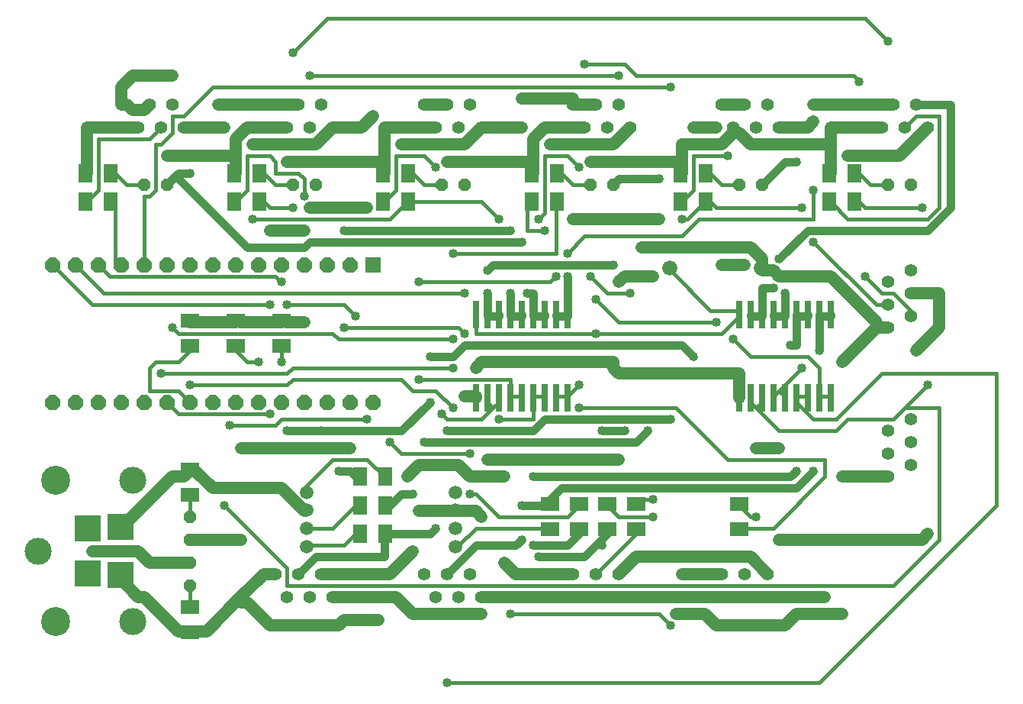
<source format=gbl>
G75*
G70*
%OFA0B0*%
%FSLAX24Y24*%
%IPPOS*%
%LPD*%
%AMOC8*
5,1,8,0,0,1.08239X$1,22.5*
%
%ADD10R,0.0660X0.0660*%
%ADD11OC8,0.0660*%
%ADD12C,0.0554*%
%ADD13R,0.0630X0.0787*%
%ADD14OC8,0.0520*%
%ADD15R,0.0260X0.1200*%
%ADD16R,0.0787X0.0630*%
%ADD17C,0.0594*%
%ADD18C,0.1181*%
%ADD19C,0.1266*%
%ADD20R,0.1181X0.1181*%
%ADD21C,0.0660*%
%ADD22C,0.0540*%
%ADD23C,0.0400*%
%ADD24C,0.0180*%
%ADD25C,0.0360*%
D10*
X016562Y020212D03*
D11*
X015562Y020212D03*
X014562Y020212D03*
X013562Y020212D03*
X012562Y020212D03*
X011562Y020212D03*
X010562Y020212D03*
X009562Y020212D03*
X008562Y020212D03*
X007562Y020212D03*
X006562Y020212D03*
X005562Y020212D03*
X004562Y020212D03*
X003562Y020212D03*
X002562Y020212D03*
X002562Y014212D03*
X003562Y014212D03*
X004562Y014212D03*
X005562Y014212D03*
X006562Y014212D03*
X007562Y014212D03*
X008562Y014212D03*
X009562Y014212D03*
X010562Y014212D03*
X011562Y014212D03*
X012562Y014212D03*
X013562Y014212D03*
X014562Y014212D03*
X015562Y014212D03*
X016562Y014212D03*
D12*
X014312Y006712D03*
X013312Y006712D03*
X012312Y006712D03*
X012812Y005712D03*
X013812Y005712D03*
X014812Y005712D03*
X018812Y006712D03*
X019812Y006712D03*
X020812Y006712D03*
X020312Y005712D03*
X019312Y005712D03*
X021312Y005712D03*
X025312Y006712D03*
X026312Y006712D03*
X027312Y006712D03*
X026812Y005712D03*
X025812Y005712D03*
X027812Y005712D03*
X031812Y006712D03*
X032812Y006712D03*
X033812Y006712D03*
X033312Y005712D03*
X032312Y005712D03*
X034312Y005712D03*
X039062Y010962D03*
X040062Y011462D03*
X039062Y011962D03*
X040062Y012462D03*
X039062Y012962D03*
X040062Y013462D03*
X039062Y017462D03*
X040062Y017962D03*
X039062Y018462D03*
X040062Y018962D03*
X039062Y019462D03*
X040062Y019962D03*
X039812Y026212D03*
X038812Y026212D03*
X038312Y027212D03*
X039312Y027212D03*
X040312Y027212D03*
X040812Y026212D03*
X034312Y026212D03*
X033312Y026212D03*
X032312Y026212D03*
X031812Y027212D03*
X032812Y027212D03*
X033812Y027212D03*
X027812Y026212D03*
X026812Y026212D03*
X025812Y026212D03*
X025312Y027212D03*
X026312Y027212D03*
X027312Y027212D03*
X021312Y026212D03*
X020312Y026212D03*
X019312Y026212D03*
X018812Y027212D03*
X019812Y027212D03*
X020812Y027212D03*
X014812Y026212D03*
X013812Y026212D03*
X012812Y026212D03*
X012312Y027212D03*
X013312Y027212D03*
X014312Y027212D03*
X008312Y026212D03*
X007312Y026212D03*
X006312Y026212D03*
X005812Y027212D03*
X006812Y027212D03*
X007812Y027212D03*
D13*
X005113Y024212D03*
X004011Y024212D03*
X004011Y022962D03*
X005113Y022962D03*
X010511Y022962D03*
X011613Y022962D03*
X011613Y024212D03*
X010511Y024212D03*
X017011Y024212D03*
X018113Y024212D03*
X018113Y022962D03*
X017011Y022962D03*
X023511Y022962D03*
X024613Y022962D03*
X024613Y024212D03*
X023511Y024212D03*
X030011Y024212D03*
X031113Y024212D03*
X031113Y022962D03*
X030011Y022962D03*
X036511Y022962D03*
X037613Y022962D03*
X037613Y024212D03*
X036511Y024212D03*
X017113Y010962D03*
X016011Y010962D03*
X016011Y009712D03*
X017113Y009712D03*
X017113Y008462D03*
X016011Y008462D03*
D14*
X008562Y008212D03*
X008562Y009212D03*
X008562Y007212D03*
X008562Y006212D03*
X007562Y023712D03*
X006562Y023712D03*
X013062Y023712D03*
X014062Y023712D03*
X019562Y023712D03*
X020562Y023712D03*
X026062Y023712D03*
X027062Y023712D03*
X032562Y023712D03*
X033562Y023712D03*
X039062Y023712D03*
X040062Y023712D03*
D15*
X036562Y018017D03*
X036062Y018017D03*
X035562Y018017D03*
X035062Y018017D03*
X034562Y018017D03*
X034062Y018017D03*
X033562Y018017D03*
X033062Y018017D03*
X032562Y018017D03*
X032562Y014392D03*
X033062Y014407D03*
X033562Y014407D03*
X034062Y014407D03*
X034562Y014407D03*
X035062Y014407D03*
X035562Y014407D03*
X036062Y014407D03*
X036562Y014407D03*
X025062Y014407D03*
X024562Y014407D03*
X024062Y014407D03*
X023562Y014407D03*
X023062Y014407D03*
X022562Y014407D03*
X022062Y014407D03*
X021562Y014407D03*
X021062Y014392D03*
X021062Y018017D03*
X021562Y018017D03*
X022062Y018017D03*
X022562Y018017D03*
X023062Y018017D03*
X023562Y018017D03*
X024062Y018017D03*
X024562Y018017D03*
X025062Y018017D03*
D16*
X025562Y009763D03*
X024312Y009763D03*
X024312Y008660D03*
X025562Y008660D03*
X026812Y008660D03*
X026812Y009763D03*
X028062Y009763D03*
X028062Y008660D03*
X032562Y008660D03*
X032562Y009763D03*
X012562Y016660D03*
X012562Y017763D03*
X010562Y017763D03*
X010562Y016660D03*
X008562Y016660D03*
X008562Y017763D03*
X008562Y011263D03*
X008562Y010160D03*
X008562Y005263D03*
X008562Y004160D03*
D17*
X013687Y007906D03*
X013687Y008693D03*
X013687Y009480D03*
X013687Y010268D03*
X020187Y010268D03*
X020187Y009480D03*
X020187Y008693D03*
X020187Y007906D03*
D18*
X006062Y010783D03*
X001928Y007712D03*
X006062Y004641D03*
D19*
X002716Y004641D03*
X002716Y010783D03*
D20*
X004094Y008696D03*
X005531Y008775D03*
X005531Y006649D03*
X004094Y006727D03*
D21*
X029550Y020064D03*
X033550Y020064D03*
D22*
X033562Y019962D01*
X034062Y019962D01*
X034312Y019712D01*
X036562Y019712D01*
X038562Y017712D01*
X038562Y017462D01*
X039062Y017462D01*
X038562Y017462D02*
X037062Y015962D01*
X040312Y016462D02*
X041312Y017462D01*
X041312Y018962D01*
X040062Y018962D01*
X033550Y020064D02*
X033562Y020212D01*
X033562Y020462D01*
X033062Y020962D01*
X028312Y020962D01*
X028812Y019712D02*
X027562Y019712D01*
X027312Y019462D01*
X029062Y022212D02*
X025312Y022212D01*
X023562Y024212D02*
X023511Y024212D01*
X023562Y024212D02*
X023562Y024712D01*
X019812Y024712D01*
X020562Y025462D02*
X017812Y025462D01*
X017062Y026212D02*
X017062Y024712D01*
X012812Y024712D01*
X014062Y025462D02*
X011312Y025462D01*
X011062Y026212D02*
X010562Y025712D01*
X010562Y024962D01*
X007562Y024962D01*
X008312Y026212D02*
X010062Y026212D01*
X011062Y026212D02*
X012812Y026212D01*
X012312Y027212D02*
X009812Y027212D01*
X007812Y028462D02*
X006062Y028462D01*
X005562Y027962D01*
X005562Y027212D01*
X005812Y027212D01*
X006062Y026962D01*
X006562Y026962D01*
X006812Y027212D01*
X006312Y026212D02*
X004062Y026212D01*
X004062Y024212D01*
X004011Y024212D01*
X010511Y024212D02*
X010562Y024212D01*
X010562Y024962D01*
X012312Y027212D02*
X013312Y027212D01*
X014812Y026212D02*
X016062Y026212D01*
X016562Y026712D01*
X017062Y026212D02*
X019312Y026212D01*
X020562Y025462D02*
X021312Y026212D01*
X023062Y026212D01*
X023562Y025712D02*
X024062Y026212D01*
X025812Y026212D01*
X025312Y027212D02*
X025312Y027462D01*
X023062Y027462D01*
X023562Y025712D02*
X023562Y024712D01*
X024312Y025462D02*
X027062Y025462D01*
X027812Y026212D01*
X026312Y027212D02*
X025312Y027212D01*
X026062Y024712D02*
X030062Y024712D01*
X030062Y024212D01*
X030011Y024212D01*
X030062Y024712D02*
X030062Y025462D01*
X031812Y025462D01*
X032312Y025962D01*
X032562Y025962D01*
X033062Y025462D01*
X036562Y025462D01*
X036562Y024212D01*
X036511Y024212D01*
X037312Y024962D02*
X039562Y024962D01*
X040812Y026212D01*
X039312Y027212D02*
X038312Y027212D01*
X035812Y027212D01*
X035812Y026462D02*
X035562Y026212D01*
X034312Y026212D01*
X032812Y027212D02*
X031812Y027212D01*
X031562Y026212D02*
X030562Y026212D01*
X032312Y026212D02*
X032312Y025962D01*
X036562Y026212D02*
X036562Y025462D01*
X036562Y026212D02*
X038812Y026212D01*
X032812Y020212D02*
X031812Y020212D01*
X027062Y015962D02*
X027062Y015712D01*
X027312Y015462D01*
X032562Y015462D01*
X032562Y014392D01*
X033312Y012212D02*
X034312Y012212D01*
X037062Y010962D02*
X039062Y010962D01*
X040812Y008462D02*
X040562Y008212D01*
X036312Y008212D01*
X034312Y008212D01*
X033062Y007462D02*
X033812Y006712D01*
X033062Y007462D02*
X028062Y007462D01*
X027312Y006712D01*
X026812Y005712D02*
X025812Y005712D01*
X021312Y005712D01*
X021312Y004962D02*
X018312Y004962D01*
X017562Y005712D01*
X015562Y005712D01*
X014812Y005712D01*
X014312Y006712D02*
X017312Y006712D01*
X018312Y007712D01*
X018562Y009462D02*
X020062Y009462D01*
X020187Y009480D01*
X020312Y009462D01*
X021062Y009462D01*
X021312Y009212D01*
X020812Y010962D02*
X022312Y010962D01*
X021562Y011712D02*
X027312Y011712D01*
X027062Y015962D02*
X021312Y015962D01*
X021062Y015712D01*
X021062Y014462D02*
X020562Y014462D01*
X021062Y014462D02*
X021062Y014392D01*
X020312Y011462D02*
X018562Y011462D01*
X018062Y010962D01*
X020312Y011462D02*
X020812Y010962D01*
X015562Y012212D02*
X010812Y012212D01*
X009562Y010462D02*
X008812Y011212D01*
X008562Y011263D01*
X008562Y011212D01*
X008312Y010962D01*
X007812Y010962D01*
X005812Y008962D01*
X005562Y008962D01*
X005531Y008775D01*
X006312Y007712D02*
X004312Y007712D01*
X005531Y006649D02*
X005562Y006462D01*
X006312Y005712D01*
X006562Y005712D01*
X008062Y004212D01*
X008312Y004212D01*
X008562Y004160D01*
X008562Y004212D01*
X009312Y004212D01*
X010687Y005587D01*
X010812Y005462D01*
X011062Y005462D01*
X012062Y004462D01*
X015062Y004462D01*
X015312Y004712D01*
X016812Y004712D01*
X012312Y006712D02*
X011812Y006712D01*
X010687Y005587D01*
X008562Y007212D02*
X006812Y007212D01*
X006312Y007712D01*
X008562Y008212D02*
X010812Y008212D01*
X012562Y010462D02*
X013562Y009462D01*
X013687Y009480D01*
X012562Y010462D02*
X009562Y010462D01*
X008562Y017712D02*
X008562Y017763D01*
X008562Y017712D02*
X010562Y017712D01*
X010562Y017763D01*
X010812Y017712D01*
X012562Y017712D01*
X012562Y017763D01*
X012812Y017712D01*
X013562Y017712D01*
X013562Y021712D02*
X012062Y021712D01*
X013812Y022712D02*
X016312Y022712D01*
X017011Y024212D02*
X017062Y024212D01*
X017062Y024712D01*
X014812Y026212D02*
X014062Y025462D01*
X018812Y027212D02*
X019812Y027212D01*
X022312Y007212D02*
X022812Y006712D01*
X025312Y006712D01*
X026812Y005712D02*
X027812Y005712D01*
X032312Y005712D01*
X033312Y005712D01*
X034312Y005712D01*
X036312Y005712D01*
X037062Y004962D02*
X035062Y004962D01*
X034562Y004462D01*
X031562Y004462D01*
X031062Y004962D01*
X029812Y004962D01*
X030062Y006712D02*
X031812Y006712D01*
D23*
X030062Y006712D03*
X029812Y004962D03*
X029562Y004462D03*
X026562Y007962D03*
X028812Y009212D03*
X028812Y009962D03*
X027312Y011712D03*
X027562Y012962D03*
X026562Y012962D03*
X025562Y013962D03*
X025562Y014962D03*
X027062Y015962D03*
X026312Y017212D03*
X026312Y018712D03*
X026062Y019712D03*
X025062Y019712D03*
X024562Y019712D03*
X025062Y020712D03*
X024062Y021712D03*
X023812Y022212D03*
X023062Y021212D03*
X022562Y021712D03*
X022062Y022212D03*
X020062Y020712D03*
X018562Y019462D03*
X020562Y018962D03*
X021562Y018962D03*
X022562Y018962D03*
X023312Y018962D03*
X021562Y019962D03*
X020562Y017212D03*
X020062Y016962D03*
X019062Y016212D03*
X020062Y015712D03*
X021062Y015712D03*
X020562Y014462D03*
X020062Y013962D03*
X019562Y013712D03*
X019062Y014212D03*
X018562Y015212D03*
X016312Y013462D03*
X017312Y012462D03*
X015562Y012212D03*
X015062Y011212D03*
X014312Y012962D03*
X012812Y012962D03*
X012062Y013712D03*
X010312Y013212D03*
X010812Y012212D03*
X010062Y009712D03*
X010812Y008212D03*
X015562Y005712D03*
X016812Y004712D03*
X018312Y007712D03*
X019312Y008712D03*
X018562Y009462D03*
X018312Y010212D03*
X018062Y010962D03*
X018812Y012462D03*
X019812Y012962D03*
X020812Y011962D03*
X021562Y011712D03*
X022312Y010962D03*
X023562Y010962D03*
X023062Y009712D03*
X021312Y009212D03*
X020812Y010212D03*
X023062Y008212D03*
X023562Y007962D03*
X023812Y007462D03*
X022312Y007212D03*
X022562Y004962D03*
X021312Y004962D03*
X019812Y001962D03*
X033312Y009212D03*
X034312Y008212D03*
X036312Y008212D03*
X036312Y005712D03*
X037062Y004962D03*
X040812Y008462D03*
X037062Y010962D03*
X035812Y011212D03*
X035062Y011212D03*
X034312Y012212D03*
X033312Y012212D03*
X029562Y013462D03*
X028562Y012962D03*
X030562Y016212D03*
X031562Y017712D03*
X032312Y016962D03*
X034812Y016712D03*
X036062Y016462D03*
X037062Y015962D03*
X035312Y015712D03*
X034562Y018962D03*
X034062Y019212D03*
X032812Y020212D03*
X031812Y020212D03*
X034312Y020462D03*
X035812Y021212D03*
X035312Y022712D03*
X035812Y023462D03*
X035062Y024712D03*
X035812Y026462D03*
X035812Y027212D03*
X037812Y028212D03*
X039062Y029962D03*
X037312Y024962D03*
X040562Y022712D03*
X038062Y019712D03*
X040312Y016462D03*
X040812Y014962D03*
X030062Y022212D03*
X029062Y022212D03*
X028312Y020962D03*
X027062Y020212D03*
X027312Y019462D03*
X027812Y018962D03*
X028812Y019712D03*
X025312Y022212D03*
X025562Y024462D03*
X026062Y024712D03*
X024312Y025462D03*
X023062Y026212D03*
X023062Y027462D03*
X025812Y028962D03*
X027312Y028462D03*
X029562Y027962D03*
X030562Y026212D03*
X031562Y026212D03*
X032062Y024962D03*
X029062Y023962D03*
X019812Y024712D03*
X019312Y024462D03*
X017812Y025462D03*
X016562Y026712D03*
X013812Y028462D03*
X013062Y029462D03*
X009812Y027212D03*
X010062Y026212D03*
X011312Y025462D03*
X012812Y024712D03*
X013562Y023212D03*
X013812Y022712D03*
X013062Y022712D03*
X013562Y021712D03*
X012062Y021712D03*
X011312Y022212D03*
X008562Y024212D03*
X007562Y024962D03*
X007812Y028462D03*
X016312Y022712D03*
X015312Y021712D03*
X012562Y019462D03*
X012812Y018462D03*
X012062Y018462D03*
X013562Y017712D03*
X015312Y017462D03*
X015812Y017962D03*
X012562Y015962D03*
X011562Y015962D03*
X008562Y014962D03*
X007312Y015462D03*
X007812Y017462D03*
X004312Y007712D03*
X022062Y013462D03*
D24*
X023562Y013462D01*
X023562Y014407D01*
X023562Y014462D01*
X024062Y014462D01*
X024062Y014407D01*
X024562Y014407D02*
X024562Y014462D01*
X025062Y014462D01*
X025062Y014407D01*
X025062Y014462D02*
X025562Y014962D01*
X025562Y013962D02*
X029812Y013962D01*
X032062Y011712D01*
X036312Y011712D01*
X036312Y010962D01*
X034062Y008712D01*
X032562Y008712D01*
X032562Y008660D01*
X033062Y009212D02*
X033312Y009212D01*
X033062Y009212D02*
X032562Y009712D01*
X032562Y009763D01*
X028812Y009962D02*
X028062Y009962D01*
X028062Y009763D01*
X028812Y009212D02*
X027312Y009212D01*
X026812Y009712D01*
X026812Y009763D01*
X025562Y009763D02*
X025562Y009712D01*
X025062Y009212D01*
X022062Y009212D01*
X021062Y010212D01*
X020812Y010212D01*
X021062Y008712D02*
X020312Y007962D01*
X020187Y007906D01*
X021062Y008712D02*
X024312Y008712D01*
X024312Y008660D01*
X026312Y006712D02*
X028062Y008462D01*
X028062Y008660D01*
X029062Y004962D02*
X029562Y004462D01*
X029062Y004962D02*
X022562Y004962D01*
X019812Y001962D02*
X036062Y001962D01*
X043812Y009712D01*
X043812Y015462D01*
X038812Y015462D01*
X036812Y013462D01*
X035812Y013462D01*
X035062Y014212D01*
X035062Y014407D01*
X035062Y014462D01*
X035562Y014462D01*
X035562Y014407D01*
X036062Y014407D02*
X036062Y014462D01*
X036062Y015712D01*
X035562Y016212D01*
X033062Y016212D01*
X032312Y016962D01*
X031812Y017212D02*
X032562Y017962D01*
X032562Y018017D01*
X032562Y018212D01*
X031312Y018212D01*
X029562Y019962D01*
X029550Y020064D01*
X027812Y018962D02*
X026812Y018962D01*
X026062Y019712D01*
X026312Y018712D02*
X027312Y017712D01*
X031562Y017712D01*
X031812Y017212D02*
X026312Y017212D01*
X021062Y017212D01*
X021062Y018017D01*
X020312Y017462D02*
X020562Y017212D01*
X020312Y017462D02*
X015312Y017462D01*
X014812Y017212D02*
X015062Y016962D01*
X020062Y016962D01*
X020062Y015712D02*
X013062Y015712D01*
X012812Y015462D01*
X007312Y015462D01*
X006812Y015712D02*
X007062Y015962D01*
X008062Y015962D01*
X008562Y016462D01*
X008562Y016660D01*
X008062Y017212D02*
X014812Y017212D01*
X015812Y017962D02*
X015312Y018462D01*
X012812Y018462D01*
X012062Y018462D02*
X004312Y018462D01*
X002562Y020212D01*
X003562Y020212D02*
X004812Y018962D01*
X020562Y018962D01*
X018562Y019462D02*
X024312Y019462D01*
X024562Y019712D01*
X024562Y020712D02*
X020062Y020712D01*
X022062Y022212D02*
X021312Y022962D01*
X018113Y022962D01*
X018062Y022962D01*
X017312Y022212D01*
X011312Y022212D01*
X011613Y022962D02*
X011812Y022962D01*
X012062Y022712D01*
X013062Y022712D01*
X013562Y023212D02*
X013562Y023962D01*
X013312Y024212D01*
X012312Y024212D01*
X012312Y024712D01*
X012062Y024962D01*
X011062Y024962D01*
X011062Y023462D01*
X010562Y022962D01*
X010511Y022962D01*
X011613Y024212D02*
X011812Y024212D01*
X012312Y023712D01*
X013062Y023712D01*
X017011Y022962D02*
X017062Y022962D01*
X017562Y023462D01*
X017562Y024962D01*
X018812Y024962D01*
X019312Y024462D01*
X019562Y023712D02*
X018812Y023712D01*
X018312Y024212D01*
X018113Y024212D01*
X023312Y022962D02*
X023312Y021712D01*
X024062Y021712D01*
X023812Y022212D02*
X024062Y022462D01*
X024062Y024962D01*
X025062Y024962D01*
X025562Y024462D01*
X024812Y024212D02*
X024613Y024212D01*
X024812Y024212D02*
X025312Y023712D01*
X026062Y023712D01*
X024613Y022962D02*
X024562Y022962D01*
X024562Y020712D01*
X025062Y020712D02*
X025812Y021462D01*
X030062Y021462D01*
X030812Y022212D01*
X035812Y022212D01*
X035812Y023462D01*
X036511Y022962D02*
X036562Y022962D01*
X037312Y022212D01*
X040812Y022212D01*
X041312Y022712D01*
X041312Y026712D01*
X040312Y026712D01*
X039812Y026212D01*
X037812Y028212D02*
X037562Y028462D01*
X028062Y028462D01*
X027562Y028962D01*
X025812Y028962D01*
X027312Y028462D02*
X013812Y028462D01*
X013062Y029462D02*
X014562Y030962D01*
X038062Y030962D01*
X039062Y029962D01*
X032062Y024962D02*
X030562Y024962D01*
X030562Y023462D01*
X030062Y022962D01*
X030011Y022962D01*
X030062Y022212D02*
X030312Y022212D01*
X031062Y022962D01*
X031113Y022962D01*
X031312Y022962D01*
X031562Y022712D01*
X035312Y022712D01*
X035812Y021212D02*
X038562Y018462D01*
X039062Y018462D01*
X038812Y018962D02*
X039312Y018962D01*
X040062Y018212D01*
X040062Y017962D01*
X038812Y018962D02*
X038062Y019712D01*
X038062Y022712D02*
X037812Y022962D01*
X037613Y022962D01*
X038062Y022712D02*
X040562Y022712D01*
X039062Y023712D02*
X038312Y023712D01*
X037812Y024212D01*
X037613Y024212D01*
X032562Y023712D02*
X031812Y023712D01*
X031312Y024212D01*
X031113Y024212D01*
X029562Y027962D02*
X009562Y027962D01*
X008312Y026712D01*
X007812Y026712D01*
X007812Y025962D01*
X007312Y025462D01*
X007062Y025462D01*
X007062Y023462D01*
X006812Y023212D01*
X006562Y023212D01*
X006562Y020212D01*
X005562Y020212D02*
X005312Y020212D01*
X005312Y022962D01*
X005113Y022962D01*
X004562Y023462D02*
X004562Y025712D01*
X006812Y025712D01*
X007312Y026212D01*
X005312Y024212D02*
X005113Y024212D01*
X005312Y024212D02*
X005812Y023712D01*
X006562Y023712D01*
X004562Y023462D02*
X004062Y022962D01*
X004011Y022962D01*
X004562Y020212D02*
X005062Y019712D01*
X012312Y019712D01*
X012562Y019462D01*
X012562Y016660D02*
X012562Y015962D01*
X013062Y015212D02*
X012812Y014962D01*
X008562Y014962D01*
X008062Y014712D02*
X008562Y014212D01*
X008062Y014712D02*
X006812Y014712D01*
X006812Y015712D01*
X007562Y014212D02*
X008062Y013712D01*
X012062Y013712D01*
X012312Y013212D02*
X012562Y013462D01*
X016312Y013462D01*
X017312Y012462D02*
X017812Y011962D01*
X020812Y011962D01*
X021312Y013462D02*
X019812Y013462D01*
X019562Y013712D01*
X020062Y013962D02*
X019312Y014712D01*
X018312Y014712D01*
X017812Y015212D01*
X013062Y015212D01*
X011562Y015962D02*
X011062Y015962D01*
X010562Y016462D01*
X010562Y016660D01*
X008062Y017212D02*
X007812Y017462D01*
X010312Y013212D02*
X012312Y013212D01*
X014812Y011712D02*
X013562Y010462D01*
X013687Y010268D01*
X014812Y011712D02*
X016312Y011712D01*
X017062Y010962D01*
X017113Y010962D01*
X016011Y009712D02*
X015812Y009712D01*
X014812Y008712D01*
X013812Y008712D01*
X013687Y008693D01*
X013812Y007962D02*
X013687Y007906D01*
X013812Y007962D02*
X015312Y007962D01*
X015812Y008462D01*
X016011Y008462D01*
X012812Y006962D02*
X012812Y006212D01*
X039312Y006212D01*
X041312Y008212D01*
X041312Y013962D01*
X039812Y013962D01*
X040812Y014962D01*
X039812Y013962D02*
X039312Y013462D01*
X037312Y013462D01*
X036812Y012962D01*
X034312Y012962D01*
X033312Y013962D01*
X033562Y014212D01*
X033562Y014407D01*
X033062Y014407D02*
X033062Y014212D01*
X033312Y013962D01*
X034062Y014407D02*
X034062Y014462D01*
X034312Y014712D01*
X034562Y014462D01*
X034562Y014407D01*
X034312Y014712D02*
X035312Y015712D01*
X036062Y014462D02*
X036562Y014462D01*
X036562Y014407D01*
X023511Y022962D02*
X023312Y022962D01*
X022562Y015212D02*
X018562Y015212D01*
X021312Y013462D02*
X021812Y013962D01*
X021562Y014212D01*
X021562Y014407D01*
X022062Y014407D02*
X022062Y014212D01*
X021812Y013962D01*
X022562Y014407D02*
X022562Y014462D01*
X022562Y015212D01*
X022562Y014462D02*
X023062Y014462D01*
X023062Y014407D01*
X012812Y006962D02*
X010062Y009712D01*
X008562Y010160D02*
X008562Y009212D01*
X008562Y006212D02*
X008562Y005263D01*
D25*
X013312Y006712D02*
X014062Y007462D01*
X017062Y007462D01*
X017062Y008462D01*
X017113Y008462D01*
X019062Y008462D01*
X019312Y008712D01*
X021062Y007962D02*
X019812Y006712D01*
X021062Y007962D02*
X022812Y007962D01*
X023062Y008212D01*
X023562Y007962D02*
X025062Y007962D01*
X025562Y008462D01*
X025562Y008660D01*
X026437Y008087D02*
X026562Y007962D01*
X026437Y008087D02*
X026812Y008462D01*
X026812Y008660D01*
X026437Y008087D02*
X025812Y007462D01*
X023812Y007462D01*
X024312Y009712D02*
X023062Y009712D01*
X024312Y009712D02*
X024312Y009763D01*
X024312Y009962D01*
X024812Y010462D01*
X035062Y010462D01*
X035812Y011212D01*
X035062Y011212D02*
X034812Y010962D01*
X023562Y010962D01*
X023562Y012962D02*
X019812Y012962D01*
X018812Y012462D02*
X028062Y012462D01*
X028562Y012962D01*
X027562Y012962D02*
X026562Y012962D01*
X024062Y013462D02*
X023562Y012962D01*
X024062Y013462D02*
X029562Y013462D01*
X030562Y016212D02*
X030062Y016712D01*
X020562Y016712D01*
X020062Y016212D01*
X019062Y016212D01*
X019062Y014212D02*
X017812Y012962D01*
X014312Y012962D01*
X012812Y012962D01*
X015062Y011212D02*
X015562Y011212D01*
X015812Y010962D01*
X016011Y010962D01*
X017113Y009712D02*
X017312Y009712D01*
X017812Y010212D01*
X018312Y010212D01*
X021562Y017962D02*
X021562Y018017D01*
X021562Y018962D01*
X022562Y018962D02*
X022562Y018017D01*
X022562Y017962D01*
X023062Y017962D01*
X023062Y018017D01*
X023562Y018017D02*
X023562Y018962D01*
X023312Y018962D01*
X023562Y018017D02*
X023562Y017962D01*
X024062Y017962D01*
X024062Y018017D01*
X024562Y018017D02*
X024562Y017962D01*
X025062Y017962D01*
X025062Y018017D01*
X025062Y019712D01*
X027062Y020212D02*
X021812Y020212D01*
X021562Y019962D01*
X023062Y021212D02*
X013812Y021212D01*
X013562Y020962D01*
X011062Y020962D01*
X007937Y024087D01*
X007562Y023712D01*
X007937Y024087D02*
X008062Y024212D01*
X008562Y024212D01*
X015312Y021712D02*
X022562Y021712D01*
X027062Y023712D02*
X027312Y023962D01*
X029062Y023962D01*
X033562Y023712D02*
X034562Y024712D01*
X035062Y024712D01*
X035562Y021712D02*
X040812Y021712D01*
X041812Y022712D01*
X041812Y027212D01*
X040312Y027212D01*
X035562Y021712D02*
X034312Y020462D01*
X034062Y019212D02*
X033562Y019212D01*
X033562Y018017D01*
X033562Y017962D01*
X033062Y017962D01*
X033062Y018017D01*
X034062Y018017D02*
X034062Y017962D01*
X034562Y017962D01*
X034562Y018017D01*
X034562Y018962D01*
X035062Y018017D02*
X035062Y017962D01*
X035062Y016712D01*
X034812Y016712D01*
X036062Y016462D02*
X036062Y017962D01*
X036062Y018017D01*
X036062Y017962D02*
X036562Y017962D01*
X036562Y018017D01*
X035562Y018017D02*
X035562Y017962D01*
X035062Y017962D01*
X022062Y017962D02*
X022062Y018017D01*
X022062Y017962D02*
X021562Y017962D01*
M02*

</source>
